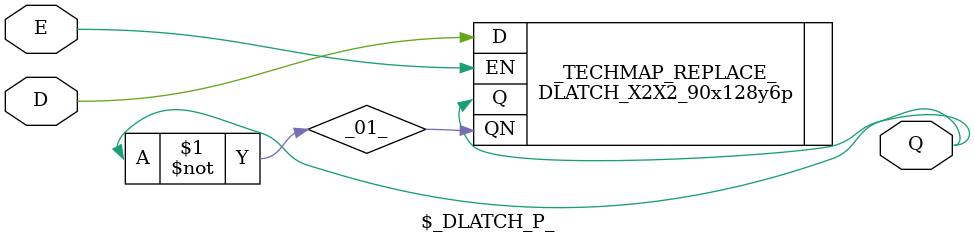
<source format=v>
module $_MUX8_ (input A, B, C, D, E, F, G, H, S, T, U, output Y);
MUX81_X2X2_90x128y6p _TECHMAP_REPLACE_ (.A(A), .B(B), .C(C), .D(D), .E(E), .F(F), .G(G), .H(H), .S0(S), .S1(T), .S2(U), .Y(Y));
endmodule

module $_MUX4_ (input A, B, C, D, S, T, output Y);
MUX41_X2X2_90x128y6p _TECHMAP_REPLACE_ (.A(A), .B(B), .C(C), .D(D), .S0(S), .S1(T), .Y(Y));
endmodule

module $_DLATCH_P_ (input D, E, output Q);
wire _01_ ;
assign _01_ = ~Q;
DLATCH_X2X2_90x128y6p _TECHMAP_REPLACE_ (.D(D), .EN(E), .Q(Q), .QN(_01_));
endmodule


</source>
